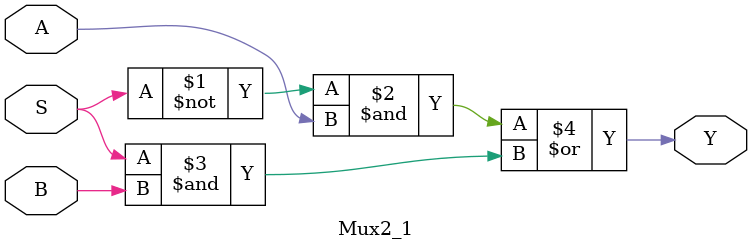
<source format=v>
`timescale 1ns / 1ps


module Mux2_1(
input A, B, S, 
output Y);
    assign Y = (~S&A)|(S&B);
endmodule


</source>
